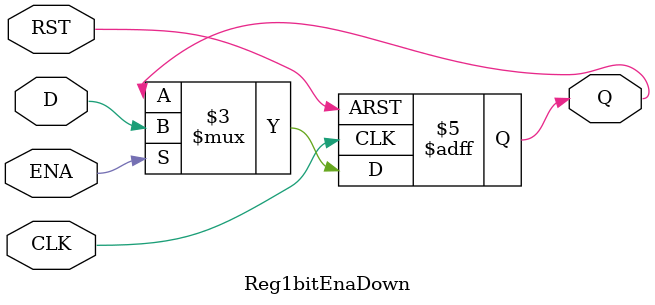
<source format=v>
`timescale 1ns / 1ps

module Reg1bitEnaDown(CLK,RST,ENA,D,Q);
	input CLK,RST,ENA;
	input D;
	output reg Q;

	always @(negedge CLK or posedge RST)
		if (RST)
			Q=1'b0;
		else if (ENA)
			Q=D;
		else
			Q=Q;

endmodule

</source>
